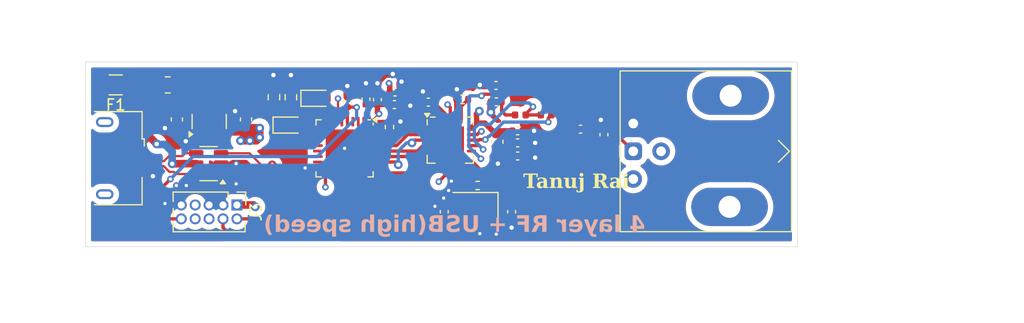
<source format=kicad_pcb>
(kicad_pcb (version 20241229) (generator "pcbnew") (generator_version "9.0")
  (layers (0 "F.Cu" signal) (4 "In1.Cu" signal) (6 "In2.Cu" signal) (2 "B.Cu" signal) (13 "F.Paste" user) (15 "B.Paste" user) (5 "F.SilkS" user "F.Silkscreen") (7 "B.SilkS" user "B.Silkscreen") (1 "F.Mask" user) (3 "B.Mask" user) (25 "Edge.Cuts" user))
  (net 0 "")
  (net 1 "GND")
  (net 2 "Net-(U1-DVDD)")
  (net 3 "+3V3")
  (net 4 "Net-(U2-VI)")
  (net 5 "NRF_XC1")
  (net 6 "NRF_VDD_PA")
  (net 7 "NRF_XC2")
  (net 8 "Net-(C12-Pad2)")
  (net 9 "Net-(J2-In)")
  (net 10 "NRST")
  (net 11 "Net-(D1-A)")
  (net 12 "Net-(D1-K)")
  (net 13 "Net-(D2-A)")
  (net 14 "Net-(D2-K)")
  (net 15 "Net-(F1-Pad1)")
  (net 16 "+5V")
  (net 19 "USB_CONN_D+")
  (net 25 "USB_CONN_D-")
  (net 26 "SWDIO")
  (net 27 "SWCLK")
  (net 31 "NRF_ANT2")
  (net 32 "NRF_ANT1")
  (net 33 "Net-(U1-IREF)")
  (net 34 "Net-(U4-PH3)")
  (net 35 "NRF_CE")
  (net 36 "SPI3_MISO")
  (net 37 "SPI3_SCK")
  (net 38 "NRF_IRQ")
  (net 39 "SPI3_!CS")
  (net 40 "SPI3_MOSI")
  (net 41 "USB_D-")
  (net 42 "USB_D+")
  (footprint "Resistor_SMD:R_0603_1608Metric" (layer "F.Cu") (at 117.75 51.875 90)
    (property "Reference" "R5" (hide yes))
    (property "Value" "2k2" (hide yes))
  )
  (footprint "Resistor_SMD:R_0402_1005Metric" (layer "F.Cu") (at 134.975 52.075 180)
    (property "Reference" "R1" (hide yes))
    (property "Value" "22k" (hide yes))
  )
  (footprint "Connector_Coaxial:BNC_Amphenol_031-6575_Horizontal" (layer "F.Cu") (at 150.56 56.82 -90)
    (property "Reference" "J2" (hide yes))
    (property "Value" "SMA" (hide yes))
  )
  (footprint "Capacitor_SMD:C_0402_1005Metric" (layer "F.Cu") (at 124.45 52.3 90)
    (property "Reference" "C17" (hide yes))
    (property "Value" "100n" (hide yes))
  )
  (footprint "Capacitor_SMD:C_0402_1005Metric" (layer "F.Cu") (at 147.88 55.3 -90)
    (property "Reference" "C13" (hide yes))
    (property "Value" "1p" (hide yes))
  )
  (footprint "Inductor_SMD:L_0402_1005Metric" (layer "F.Cu") (at 140.25 53.5)
    (property "Reference" "L3" (hide yes))
    (property "Value" "2n7" (hide yes))
  )
  (footprint "Capacitor_SMD:C_0402_1005Metric" (layer "F.Cu") (at 139.45 62.35 -90)
    (property "Reference" "C8" (hide yes))
    (property "Value" "12p" (hide yes))
  )
  (footprint "Resistor_SMD:R_0402_1005Metric" (layer "F.Cu") (at 136.35 59.95)
    (property "Reference" "R3" (hide yes))
    (property "Value" "1M" (hide yes))
  )
  (footprint "Fuse:Fuse_1206_3216Metric" (layer "F.Cu") (at 103.3 50.75 180)
    (property "Reference" "F1")
    (property "Value" "100mA" (hide yes))
  )
  (footprint "Capacitor_SMD:C_0402_1005Metric" (layer "F.Cu") (at 140 57.25)
    (property "Reference" "C3" (hide yes))
    (property "Value" "10n" (hide yes))
  )
  (footprint "Package_DFN_QFN:QFN-32-1EP_5x5mm_P0.5mm_EP3.45x3.45mm" (layer "F.Cu") (at 124.2 56.55 -90)
    (property "Reference" "U4" (hide yes))
    (property "Value" "STM32L432KBUx" (hide yes))
  )
  (footprint "LED_SMD:LED_0603_1608Metric" (layer "F.Cu") (at 119.15 54.425)
    (property "Reference" "D1" (hide yes))
    (property "Value" "GR" (hide yes))
  )
  (footprint "Capacitor_SMD:C_0402_1005Metric" (layer "F.Cu") (at 128.8 51.4)
    (property "Reference" "C15" (hide yes))
    (property "Value" "100n" (hide yes))
  )
  (footprint "Connector_USB:USB_Micro-B_Amphenol_10118193-0001LF_Horizontal" (layer "F.Cu") (at 102.3 57.45 -90)
    (property "Reference" "J1" (hide yes))
    (property "Value" "USB_B_Micro")
  )
  (footprint "Capacitor_SMD:C_0603_1608Metric" (layer "F.Cu") (at 138.15 55.95 -90)
    (property "Reference" "C2" (hide yes))
    (property "Value" "10u" (hide yes))
  )
  (footprint "Capacitor_SMD:C_0603_1608Metric" (layer "F.Cu") (at 115.2 53.9 90)
    (property "Reference" "C7" (hide yes))
    (property "Value" "10u" (hide yes))
  )
  (footprint "Capacitor_SMD:C_0402_1005Metric" (layer "F.Cu") (at 126.15 52.05 90)
    (property "Reference" "C14" (hide yes))
    (property "Value" "1u" (hide yes))
  )
  (footprint "Inductor_SMD:L_0402_1005Metric" (layer "F.Cu") (at 142.6 53.5 180)
    (property "Reference" "L1" (hide yes))
    (property "Value" "8n2" (hide yes))
  )
  (footprint "Capacitor_SMD:C_0402_1005Metric" (layer "F.Cu") (at 127.2 52.1 90)
    (property "Reference" "C16" (hide yes))
    (property "Value" "100n" (hide yes))
  )
  (footprint "Capacitor_SMD:C_0402_1005Metric" (layer "F.Cu") (at 138.06 52.3)
    (property "Reference" "C11" (hide yes))
    (property "Value" "4p7" (hide yes))
  )
  (footprint "Capacitor_SMD:C_0402_1005Metric" (layer "F.Cu") (at 140 54.95)
    (property "Reference" "C6" (hide yes))
    (property "Value" "10n" (hide yes))
  )
  (footprint "Connector_PinHeader_1.27mm:PinHeader_2x05_P1.27mm_Vertical" (layer "F.Cu") (at 114.37 61.73 -90)
    (property "Reference" "J3")
    (property "Value" "ARM 10pin" (hide yes))
  )
  (footprint "Capacitor_SMD:C_0402_1005Metric" (layer "F.Cu") (at 128.75 52.55)
    (property "Reference" "C18" (hide yes))
    (property "Value" "100n" (hide yes))
  )
  (footprint "Package_TO_SOT_SMD:SOT-23-6" (layer "F.Cu") (at 111.7875 57.95 180)
    (property "Reference" "U3" (hide yes))
    (property "Value" "USBLC6-2SC6" (hide yes))
  )
  (footprint "Crystal:Crystal_SMD_3225-4Pin_3.2x2.5mm" (layer "F.Cu") (at 136.15 62.3 180)
    (property "Reference" "Y1" (hide yes))
    (property "Value" "16MHz" (hide yes))
  )
  (footprint "Capacitor_SMD:C_0402_1005Metric" (layer "F.Cu") (at 145.75 54.8 180)
    (property "Reference" "C12" (hide yes))
    (property "Value" "1p5" (hide yes))
  )
  (footprint "Capacitor_SMD:C_0402_1005Metric" (layer "F.Cu") (at 140 56.05)
    (property "Reference" "C5" (hide yes))
    (property "Value" "10n" (hide yes))
  )
  (footprint "Capacitor_SMD:C_0402_1005Metric" (layer "F.Cu") (at 138.03 50.8)
    (property "Reference" "C9" (hide yes))
    (property "Value" "2n2" (hide yes))
  )
  (footprint "Package_TO_SOT_SMD:SOT-23" (layer "F.Cu") (at 111.8375 54.1 90)
    (property "Reference" "U2" (hide yes))
    (property "Value" "XC6206P332MR" (hide yes))
  )
  (footprint "Package_DFN_QFN:QFN-20-1EP_4x4mm_P0.5mm_EP2.5x2.5mm" (layer "F.Cu") (at 133.85 55.8)
    (property "Reference" "U1" (hide yes))
    (property "Value" "nRF24L01P")
  )
  (footprint "Capacitor_SMD:C_0603_1608Metric" (layer "F.Cu") (at 108.8875 53.9 -90)
    (property "Reference" "C4" (hide yes))
    (property "Value" "10u" (hide yes))
  )
  (footprint "Capacitor_SMD:C_0402_1005Metric" (layer "F.Cu") (at 133.3 62.35 90)
    (property "Reference" "C10" (hide yes))
    (property "Value" "12p" (hide yes))
  )
  (footprint "LED_SMD:LED_0603_1608Metric" (layer "F.Cu") (at 121.7 51.975)
    (property "Reference" "D2" (hide yes))
    (property "Value" "YE" (hide yes))
  )
  (footprint "Inductor_SMD:L_0402_1005Metric" (layer "F.Cu") (at 144.8 53.5)
    (property "Reference" "L2" (hide yes))
    (property "Value" "3n9" (hide yes))
  )
  (footprint "Resistor_SMD:R_0805_2012Metric" (layer "F.Cu") (at 108.05 50.75)
    (property "Reference" "R2" (hide yes))
    (property "Value" "100 @ 100Mhz" (hide yes))
  )
  (footprint "Resistor_SMD:R_0603_1608Metric" (layer "F.Cu") (at 119.3 51.875 90)
    (property "Reference" "R6" (hide yes))
    (property "Value" "2k2" (hide yes))
  )
  (footprint "Capacitor_SMD:C_0402_1005Metric" (layer "F.Cu") (at 131.845 52.325 180)
    (property "Reference" "C1" (hide yes))
    (property "Value" "33n" (hide yes))
  )
  (footprint "Resistor_SMD:R_0402_1005Metric" (layer "F.Cu") (at 128.3 54.6 90)
    (property "Reference" "R4" (hide yes))
    (property "Value" "10k" (hide yes))
  )
  (gr_rect (start 100.55 48.65) (end 165.55 65.55) (stroke (width 0.05)) (fill no) (layer "Edge.Cuts"))
  (gr_text "Tanuj Rai" (at 140.5 60.4 0) (layer "F.SilkS") (effects (font (size 1.3 1.3) (thickness 0.3) (bold yes)) (justify left bottom)))
  (gr_text "4 layer RF + USB(high speed)\n" (at 151.65 64.45 0) (layer "B.SilkS") (effects (font (size 1.5 1.5) (thickness 0.3) (bold yes)) (justify left bottom mirror)))
  (segment (start 124.7 51.57) (end 126.15 51.57) (width 0.7) (layer "F.Cu") (net 1))
  (segment (start 138.2 57.95) (end 138.2 56.775) (width 0.7) (layer "F.Cu") (net 1))
  (segment (start 133.3 61.87) (end 133.3 61.15) (width 0.5) (layer "F.Cu") (net 1))
  (segment (start 109.29 61.73) (end 107.93 61.73) (width 0.5) (layer "F.Cu") (net 1))
  (segment (start 137.25 63.15) (end 137.25 63.65) (width 0.5) (layer "F.Cu") (net 1))
  (segment (start 147.93 54.28) (end 147.6 53.95) (width 0.7) (layer "F.Cu") (net 1))
  (segment (start 134.465 51.165) (end 134.45 51.15) (width 0.7) (layer "F.Cu") (net 1))
  (segment (start 134.35 53.8625) (end 134.35 52.19) (width 0.3) (layer "F.Cu") (net 1))
  (segment (start 127.2 50.446504) (end 127.2 50.6) (width 0.7) (layer "F.Cu") (net 1))
  (segment (start 147.88 54.23) (end 147.6 53.95) (width 0.7) (layer "F.Cu") (net 1))
  (segment (start 117.75 51.05) (end 119.3 51.05) (width 0.7) (layer "F.Cu") (net 1))
  (segment (start 127.897504 49.749) (end 127.2 50.446504) (width 0.7) (layer "F.Cu") (net 1))
  (segment (start 115.6 51.05) (end 117.75 51.05) (width 0.7) (layer "F.Cu") (net 1))
  (segment (start 110.8875 55.3375) (end 110.8875 55.0375) (width 0.3) (layer "F.Cu") (net 1))
  (segment (start 108.8875 54.675) (end 107.825 54.675) (width 0.7) (layer "F.Cu") (net 1))
  (segment (start 129.23 52.55) (end 130.1 52.55) (width 0.7) (layer "F.Cu") (net 1))
  (segment (start 141.45 57.25) (end 141.6 57.4) (width 0.7) (layer "F.Cu") (net 1))
  (segment (start 137.95 63.15) (end 138.05 63.25) (width 0.5) (layer "F.Cu") (net 1))
  (segment (start 139.45 62.83) (end 139.45 63.8) (width 0.7) (layer "F.Cu") (net 1))
  (segment (start 126.5865 54.851) (end 126.6375 54.8) (width 0.2) (layer "F.Cu") (net 1))
  (segment (start 129.28 51.4) (end 129.28 52.5) (width 0.7) (layer "F.Cu") (net 1))
  (segment (start 134.465 52.075) (end 134.465 51.165) (width 0.7) (layer "F.Cu") (net 1))
  (segment (start 129.28 50.57) (end 129.4 50.45) (width 0.7) (layer "F.Cu") (net 1))
  (segment (start 128.3 54.09) (end 129.29 54.09) (width 0.7) (layer "F.Cu") (net 1))
  (segment (start 108.839313 59.952984) (end 109.202984 59.952984) (width 0.5) (layer "F.Cu") (net 1))
  (segment (start 124.45 51.82) (end 124.45 50.85) (width 0.7) (layer "F.Cu") (net 1))
  (segment (start 109.29 60.04) (end 109.29 61.73) (width 0.5) (layer "F.Cu") (net 1))
  (segment (start 140.48 57.25) (end 141.45 57.25) (width 0.7) (layer "F.Cu") (net 1))
  (segment (start 109.75 59.95) (end 109.66 60.04) (width 0.5) (layer "F.Cu") (net 1))
  (segment (start 136.28651 55.3) (end 135.7875 55.3) (width 0.3) (layer "F.Cu") (net 1))
  (segment (start 124.2 56.55) (end 125.899 54.851) (width 0.2) (layer "F.Cu") (net 1))
  (segment (start 129.29 54.09) (end 129.3 54.1) (width 0.7) (layer "F.Cu") (net 1))
  (segment (start 138.2 56.775) (end 138.15 56.725) (width 0.7) (layer "F.Cu") (net 1))
  (segment (start 107.825 54.675) (end 107.8 54.7) (width 0.7) (layer "F.Cu") (net 1))
  (segment (start 127.6 54.1) (end 127.61 54.09) (width 0.3) (layer "F.Cu") (net 1))
  (segment (start 138.05 63.25) (end 138.05 64.349) (width 0.5) (layer "F.Cu") (net 1))
  (segment (start 114.225 53.125) (end 114.2 53.15) (width 0.7) (layer "F.Cu") (net 1))
  (segment (start 129.23 53.16) (end 128.3 54.09) (width 0.7) (layer "F.Cu") (net 1))
  (segment (start 131.365 52.325) (end 131.365 51.365) (width 0.7) (layer "F.Cu") (net 1))
  (segment (start 147.88 54.82) (end 147.88 54.23) (width 0.7) (layer "F.Cu") (net 1))
  (segment (start 110.5625 55.0375) (end 109.7 55.9) (width 0.7) (layer "F.Cu") (net 1))
  (segment (start 129.28 51.4) (end 129.28 50.57) (width 0.7) (layer "F.Cu") (net 1))
  (segment (start 106.7 59.1) (end 106.451 58.851) (width 0.7) (layer "F.Cu") (net 1))
  (segment (start 134.35 52.19) (end 134.465 52.075) (width 0.3) (layer "F.Cu") (net 1))
  (segment (start 126.6375 54.8) (end 127.3375 54.1) (width 0.3) (layer "F.Cu") (net 1))
  (segment (start 120.65 58.3) (end 120.6 58.35) (width 0.3) (layer "F.Cu") (net 1))
  (segment (start 128.6 49.749) (end 129.249 49.749) (width 0.7) (layer "F.Cu") (net 1))
  (segment (start 133.85 59.45) (end 133.95 59.55) (width 0.3) (layer "F.Cu") (net 1))
  (segment (start 106.451 58.851) (end 104.975 58.851) (width 0.7) (layer "F.Cu") (net 1))
  (segment (start 107.93 61.73) (end 107.8 61.6) (width 0.5) (layer "F.Cu") (net 1))
  (segment (start 133.85 57.7375) (end 133.85 59.45) (width 0.3) (layer "F.Cu") (net 1))
  (segment (start 121.7625 58.3) (end 120.65 58.3) (width 0.3) (layer "F.Cu") (net 1))
  (segment (start 131.365 51.365) (end 131.35 51.35) (width 0.7) (layer "F.Cu") (net 1))
  (segment (start 134.75 61.45) (end 133.7 60.4) (width 0.5) (layer "F.Cu") (net 1))
  (segment (start 137.58 53.22) (end 137.55 53.25) (width 0.7) (layer "F.Cu") (net 1))
  (segment (start 132.85 53.8625) (end 131.4125 53.8625) (width 0.3) (layer "F.Cu") (net 1))
  (segment (start 129.4 49.9) (end 129.4 50.45) (width 0.7) (layer "F.Cu") (net 1))
  (segment (start 127.2 51.62) (end 127.2 50.6) (width 0.7) (layer "F.Cu") (net 1))
  (segment (start 127.3375 54.1) (end 127.6 54.1) (width 0.3) (layer "F.Cu") (net 1))
  (segment (start 115.2 53.125) (end 115.2 51.45) (width 0.7) (layer "F.Cu") (net 1))
  (segment (start 115.2 51.45) (end 115.6 51.05) (width 0.7) (layer "F.Cu") (net 1))
  (segment (start 119.3 51.05) (end 119.3 49.85) (width 0.7) (layer "F.Cu") (net 1))
  (segment (start 124.45 51.82) (end 124.7 51.57) (width 0.7) (layer "F.Cu") (net 1))
  (segment (start 135.05 61.45) (end 134.75 61.45) (width 0.5) (layer "F.Cu") (net 1))
  (segment (start 140.48 57.25) (end 140.48 54.95) (width 0.7) (layer "F.Cu") (net 1))
  (segment (start 133.3 61.15) (end 133.25 61.1) (width 0.5) (layer "F.Cu") (net 1))
  (segment (start 110.8875 55.0375) (end 110.5625 55.0375) (width 0.7) (layer "F.Cu") (net 1))
  (segment (start 129.249 49.749) (end 129.4 49.9) (width 0.7) (layer "F.Cu") (net 1))
  (segment (start 137.55 50.8) (end 136.6 50.8) (width 0.7) (layer "F.Cu") (net 1))
  (segment (start 125.899 54.851) (end 126.5865 54.851) (width 0.2) (layer "F.Cu") (net 1))
  (segment (start 133.3 61.87) (end 132.47 61.87) (width 0.5) (layer "F.Cu") (net 1))
  (segment (start 128.6 49.749) (end 127.897504 49.749) (width 0.7) (layer "F.Cu") (net 1))
  (segment (start 115.2 53.125) (end 114.225 53.125) (width 0.7) (layer "F.Cu") (net 1))
  (segment (start 129.28 52.5) (end 129.23 52.55) (width 0.7) (layer "F.Cu") (net 1))
  (segment (start 140.48 54.95) (end 141.5 54.95) (width 0.7) (layer "F.Cu") (net 1))
  (segment (start 117.75 49.9) (end 117.7 49.85) (width 0.7) (layer "F.Cu") (net 1))
  (segment (start 109.66 60.04) (end 109.29 60.04) (width 0.5) (layer "F.Cu") (net 1))
  (segment (start 126.2 51.62) (end 126.15 51.57) (width 0.7) (layer "F.Cu") (net 1))
  (segment (start 112.925 57.95) (end 114.3 57.95) (width 0.3) (layer "F.Cu") (net 1))
  (segment (start 109.202984 59.952984) (end 109.29 60.04) (width 0.5) (layer "F.Cu") (net 1))
  (segment (start 131.365 53.815) (end 131.365 52.325) (width 0.3) (layer "F.Cu") (net 1))
  (segment (start 137.58 52.3) (end 137.58 53.22) (width 0.7) (layer "F.Cu") (net 1))
  (segment (start 111.83 61.73) (end 113.1 61.73) (width 0.5) (layer "F.Cu") (net 1))
  (segment (start 129.23 52.55) (end 129.23 53.16) (width 0.7) (layer "F.Cu") (net 1))
  (segment (start 113.1 61.73) (end 113.1 61) (width 0.5) (layer "F.Cu") (net 1))
  (segment (start 136.6 50.8) (end 136.55 50.75) (width 0.7) (layer "F.Cu") (net 1))
  (segment (start 127.2 51.62) (end 126.2 51.62) (width 0.7) (layer "F.Cu") (net 1))
  (segment (start 113.1 61) (end 114.3 59.8) (width 0.5) (layer "F.Cu") (net 1))
  (segment (start 130.1 52.55) (end 130.2 52.65) (width 0.7) (layer "F.Cu") (net 1))
  (segment (start 150.56 54.28) (end 147.93 54.28) (width 0.7) (layer "F.Cu") (net 1))
  (segment (start 132.47 61.87) (end 132.45 61.85) (width 0.5) (layer "F.Cu") (net 1))
  (segment (start 131.4125 53.8625) (end 131.365 53.815) (width 0.3) (layer "F.Cu") (net 1))
  (segment (start 127.61 54.09) (end 128.3 54.09) (width 0.3) (layer "F.Cu") (net 1))
  (segment (start 126.15 51.57) (end 126.15 50.6) (width 0.7) (layer "F.Cu") (net 1))
  (segment (start 137.25 63.65) (end 136.55 64.35) (width 0.5) (layer "F.Cu") (net 1))
  (segment (start 136.7 55) (end 136.58651 55) (width 0.3) (layer "F.Cu") (net 1))
  (segment (start 136.58651 55) (end 136.28651 55.3) (width 0.3) (layer "F.Cu") (net 1))
  (segment (start 140.48 56.05) (end 141.6 56.05) (width 0.7) (layer "F.Cu") (net 1))
  (segment (start 117.75 51.05) (end 117.75 49.9) (width 0.7) (layer "F.Cu") (net 1))
  (segment (start 137.25 63.15) (end 137.95 63.15) (width 0.5) (layer "F.Cu") (net 1))
  (via (at 136.7 55) (size 0.6) (drill 0.3) (layers "F.Cu" "B.Cu") (net 1))
  (via (at 141.6 56.05) (size 0.8) (drill 0.4) (layers "F.Cu" "B.Cu") (net 1))
  (via (at 107.8 61.6) (size 0.6) (drill 0.3) (layers "F.Cu" "B.Cu") (net 1))
  (via (at 141.5 54.95) (size 0.8) (drill 0.4) (layers "F.Cu" "B.Cu") (net 1))
  (via (at 137.55 53.25) (size 0.8) (drill 0.4) (layers "F.Cu" "B.Cu") (net 1))
  (via (at 126.15 50.6) (size 0.8) (drill 0.4) (layers "F.Cu" "B.Cu") (net 1))
  (via (at 134.45 51.15) (size 0.8) (drill 0.4) (layers "F.Cu" "B.Cu") (net 1))
  (via (at 109.75 59.95) (size 0.6) (drill 0.3) (layers "F.Cu" "B.Cu") (net 1))
  (via (at 131.35 51.35) (size 0.8) (drill 0.4) (layers "F.Cu" "B.Cu") (net 1))
  (via (at 139.45 63.8) (size 0.8) (drill 0.4) (layers "F.Cu" "B.Cu") (net 1))
  (via (at 117.7 49.85) (size 0.8) (drill 0.4) (layers "F.Cu" "B.Cu") (net 1))
  (via (at 130.2 52.65) (size 0.8) (drill 0.4) (layers "F.Cu" "B.Cu") (net 1))
  (via (at 108.839313 59.952984) (size 0.6) (drill 0.3) (layers "F.Cu" "B.Cu") (net 1))
  (via (at 114.2 53.15) (size 0.8) (drill 0.4) (layers "F.Cu" "B.Cu") (net 1))
  (via (at 133.25 61.1) (size 0.6) (drill 0.3) (layers "F.Cu" "B.Cu") (net 1))
  (via (at 129.3 54.1) (size 0.8) (drill 0.4) (layers "F.Cu" "B.Cu") (net 1))
  (via (at 120.6 58.35) (size 0.6) (drill 0.3) (layers "F.Cu" "B.Cu") (net 1))
  (via (at 127.2 50.6) (size 0.8) (drill 0.4) (layers "F.Cu" "B.Cu") (net 1))
  (via (at 107.8 54.7) (size 0.8) (drill 0.4) (layers "F.Cu" "B.Cu") (net 1))
  (via (at 129.4 50.45) (size 0.8) (drill 0.4) (layers "F.Cu" "B.Cu") (net 1))
  (via (at 138.05 64.4) (size 0.6) (drill 0.3) (layers "F.Cu" "B.Cu") (net 1))
  (via (at 119.3 49.85) (size 0.8) (drill 0.4) (layers "F.Cu" "B.Cu") (net 1))
  (via (at 124.45 50.85) (size 0.8) (drill 0.4) (layers "F.Cu" "B.Cu") (net 1))
  (via (at 106.7 59.1) (size 0.8) (drill 0.4) (layers "F.Cu" "B.Cu") (net 1))
  (via (at 133.95 59.55) (size 0.6) (drill 0.3) (layers "F.Cu" "B.Cu") (net 1))
  (via (at 132.45 61.85) (size 0.6) (drill 0.3) (layers "F.Cu" "B.Cu") (net 1))
  (via (at 114.3 57.95) (size 0.6) (drill 0.3) (layers "F.Cu" "B.Cu") (net 1))
  (via (at 128.6 49.749) (size 0.8) (drill 0.4) (layers "F.Cu" "B.Cu") (net 1))
  (via (at 133.7 60.4) (size 0.6) (drill 0.3) (layers "F.Cu" "B.Cu") (net 1))
  (via (at 109.7 55.9) (size 0.8) (drill 0.4) (layers "F.Cu" "B.Cu") (net 1))
  (via (at 136.55 50.75) (size 0.8) (drill 0.4) (layers "F.Cu" "B.Cu") (net 1))
  (via (at 114.3 59.8) (size 0.6) (drill 0.3) (layers "F.Cu" "B.Cu") (net 1))
  (via (at 136.55 64.35) (size 0.6) (drill 0.3) (layers "F.Cu" "B.Cu") (net 1))
  (via (at 124.2 56.55) (size 0.6) (drill 0.3) (layers "F.Cu" "B.Cu") (net 1))
  (via (at 147.6 53.95) (size 0.8) (drill 0.4) (layers "F.Cu" "B.Cu") (net 1))
  (via (at 138.2 57.95) (size 0.8) (drill 0.4) (layers "F.Cu" "B.Cu") (net 1))
  (via (at 141.6 57.4) (size 0.8) (drill 0.4) (layers "F.Cu" "B.Cu") (net 1))
  (segment (start 133.35 53.35) (end 133.35 53.8625) (width 0.3) (layer "F.Cu") (net 2))
  (segment (start 132.325 52.325) (end 133.35 53.35) (width 0.3) (layer "F.Cu") (net 2))
  (segment (start 133.85 52.8) (end 133.6 52.55) (width 0.3) (layer "F.Cu") (net 3))
  (segment (start 115.2 55.25) (end 115.2 55.35) (width 0.7) (layer "F.Cu") (net 3))
  (segment (start 115.2 55.5) (end 115.55 55.85) (width 0.7) (layer "F.Cu") (net 3))
  (segment (start 115.2 54.675) (end 115.2 55.25) (width 0.7) (layer "F.Cu") (net 3))
  (segment (start 136.2375 53.4125) (end 136.5 53.15) (width 0.5) (layer "F.Cu") (net 3))
  (segment (start 115.575 54.675) (end 116.45 55.55) (width 0.7) (layer "F.Cu") (net 3))
  (segment (start 128.32 51.4) (end 128.32 50.67) (width 0.5) (layer "F.Cu") (net 3))
  (segment (start 115.2 55.25) (end 115.9 55.25) (width 0.7) (layer "F.Cu") (net 3))
  (segment (start 133.35 59.05) (end 132.8 59.6) (width 0.3) (layer "F.Cu") (net 3))
  (segment (start 123.6 53.3) (end 123.6 52) (width 0.2) (layer "F.Cu") (net 3))
  (segment (start 139.52 57.25) (end 139.52 56.05) (width 0.5) (layer "F.Cu") (net 3))
  (segment (start 138.15 55.175) (end 137.937075 55.175) (width 0.5) (layer "F.Cu") (net 3))
  (segment (start 139.52 56.05) (end 139.52 54.95) (width 0.5) (layer "F.Cu") (net 3))
  (segment (start 115.2 54.675) (end 115.2 55.5) (width 0.7) (layer "F.Cu") (net 3))
  (segment (start 128.27 51.45) (end 128.32 51.4) (width 0.5) (layer "F.Cu") (net 3))
  (segment (start 115.2 54.675) (end 115.575 54.675) (width 0.7) (layer "F.Cu") (net 3))
  (segment (start 128.25 52.53) (end 128.27 52.55) (width 0.5) (layer "F.Cu") (net 3))
  (segment (start 139.52 54.95) (end 138.375 54.95) (width 0.5) (layer "F.Cu") (net 3))
  (segment (start 114.37 61.73) (end 115.88 61.73) (width 0.7) (layer "F.Cu") (net 3))
  (segment (start 133.35 57.7375) (end 133.35 57.401) (width 0.3) (layer "F.Cu") (net 3))
  (segment (start 126.15 52.53) (end 128.25 52.53) (width 0.5) (layer "F.Cu") (net 3))
  (segment (start 115.2 55.35) (end 114.7 55.85) (width 0.7) (layer "F.Cu") (net 3))
  (segment (start 114.7 55.85) (end 115.55 55.85) (width 0.7) (layer "F.Cu") (net 3))
  (segment (start 138.375 54.95) (end 138.15 55.175) (width 0.5) (layer "F.Cu") (net 3))
  (segment (start 123.95 54.1125) (end 123.95 53.65) (width 0.2) (layer "F.Cu") (net 3))
  (segment (start 116.15 55.85) (end 116.45 55.55) (width 0.7) (layer "F.Cu") (net 3))
  (segment (start 126.6375 54.1125) (end 127.35 53.4) (width 0.2) (layer "F.Cu") (net 3))
  (segment (start 127.2 52.58) (end 127.2 53.25) (width 0.5) (layer "F.Cu") (net 3))
  (segment (start 122.45 58.9875) (end 122.45 60.1) (width 0.3) (layer "F.Cu") (net 3))
  (segment (start 136.2375 54.249) (end 135.7875 54.699) (width 0.5) (layer "F.Cu") (net 3))
  (segment (start 115.55 55.85) (end 116.15 55.85) (width 0.7) (layer "F.Cu") (net 3))
  (segment (start 116.425 54.675) (end 116.45 54.7) (width 0.7) (layer "F.Cu") (net 3))
  (segment (start 133.35 57.401) (end 133.374 57.401) (width 0.3) (layer "F.Cu") (net 3))
  (segment (start 115.88 61.73) (end 116.05 61.9) (width 0.7) (layer "F.Cu") (net 3))
  (segment (start 116.45 55.55) (end 116.45 54.7) (width 0.7) (layer "F.Cu") (net 3))
  (segment (start 123.95 53.65) (end 123.6 53.3) (width 0.2) (layer "F.Cu") (net 3))
  (segment (start 128.32 50.67) (end 128.25 50.6) (width 0.5) (layer "F.Cu") (net 3))
  (segment (start 137.937075 55.175) (end 137.011075 54.249) (width 0.5) (layer "F.Cu") (net 3))
  (segment (start 133.85 53.8625) (end 133.85 52.8) (width 0.3) (layer "F.Cu") (net 3))
  (segment (start 137.011075 54.249) (end 136.2375 54.249) (width 0.5) (layer "F.Cu") (net 3))
  (segment (start 114.8375 55.0375) (end 115.2 54.675) (width 0.7) (layer "F.Cu") (net 3))
  (segment (start 128.27 52.55) (end 128.27 51.45) (width 0.5) (layer "F.Cu") (net 3))
  (segment (start 115.9 55.25) (end 116.45 54.7) (width 0.7) (layer "F.Cu") (net 3))
  (segment (start 133.35 57.7375) (end 133.35 59.05) (width 0.3) (layer "F.Cu") (net 3))
  (segment (start 125.95 54.1125) (end 126.6375 54.1125) (width 0.2) (layer "F.Cu") (net 3))
  (segment (start 136.2375 54.249) (end 136.2375 53.4125) (width 0.5) (layer "F.Cu") (net 3))
  (segment (start 112.7875 55.0375) (end 114.8375 55.0375) (width 0.7) (layer "F.Cu") (net 3))
  (segment (start 115.2 54.675) (end 116.425 54.675) (width 0.7) (layer "F.Cu") (net 3))
  (segment (start 127.2 53.25) (end 127.35 53.4) (width 0.5) (layer "F.Cu") (net 3))
  (via (at 127.35 53.4) (size 0.6) (drill 0.3) (layers "F.Cu" "B.Cu") (net 3))
  (via (at 132.8 59.6) (size 0.6) (drill 0.3) (layers "F.Cu" "B.Cu") (net 3))
  (via (at 136.5 53.15) (size 0.8) (drill 0.4) (layers "F.Cu" "B.Cu") (net 3))
  (via (at 123.6 52) (size 0.6) (drill 0.3) (layers "F.Cu" "B.Cu") (net 3))
  (via (at 116.45 54.7) (size 0.8) (drill 0.4) (layers "F.Cu" "B.Cu") (net 3))
  (via (at 116.45 55.55) (size 0.8) (drill 0.4) (layers "F.Cu" "B.Cu") (net 3))
  (via (at 116.05 61.9) (size 0.8) (drill 0.4) (layers "F.Cu" "B.Cu") (net 3))
  (via (at 115.55 55.85) (size 0.8) (drill 0.4) (layers "F.Cu" "B.Cu") (net 3))
  (via (at 114.7 55.85) (size 0.8) (drill 0.4) (layers "F.Cu" "B.Cu") (net 3))
  (via (at 122.45 60.1) (size 0.6) (drill 0.3) (layers "F.Cu" "B.Cu") (net 3))
  (via (at 128.25 50.6) (size 0.6) (drill 0.3) (layers "F.Cu" "B.Cu") (net 3))
  (via (at 133.6 52.55) (size 0.6) (drill 0.3) (layers "F.Cu" "B.Cu") (net 3))
  (segment (start 108.9625 53.05) (end 108.8875 53.125) (width 0.7) (layer "F.Cu") (net 4))
  (segment (start 111.8 53.125) (end 111.8375 53.1625) (width 0.7) (layer "F.Cu") (net 4))
  (segment (start 108.9625 50.75) (end 108.9625 53.05) (width 0.7) (layer "F.Cu") (net 4))
  (segment (start 108.8875 53.125) (end 111.8 53.125) (width 0.7) (layer "F.Cu") (net 4))
  (segment (start 136.86 59.95) (end 136.86 61.06) (width 0.3) (layer "F.Cu") (net 5))
  (segment (start 137.67 61.87) (end 137.25 61.45) (width 0.3) (layer "F.Cu") (net 5))
  (segment (start 136.86 59.95) (end 136.86 58.76) (width 0.3) (layer "F.Cu") (net 5))
  (segment (start 135.8375 57.7375) (end 134.85 57.7375) (width 0.3) (layer "F.Cu") (net 5))
  (segment (start 139.45 61.87) (end 137.67 61.87) (width 0.3) (layer "F.Cu") (net 5))
  (segment (start 136.86 61.06) (end 137.25 61.45) (width 0.3) (layer "F.Cu") (net 5))
  (segment (start 136.86 58.76) (end 135.8375 57.7375) (width 0.3) (layer "F.Cu") (net 5))
  (segment (start 136.85 51.6) (end 138.019999 51.6) (width 0.3) (layer "F.Cu") (net 6))
  (segment (start 138.54 50.83) (end 138.51 50.8) (width 0.3) (layer "F.Cu") (net 6))
  (segment (start 138.51 51.109999) (end 138.51 50.8) (width 0.3) (layer "F.Cu") (net 6))
  (segment (start 138.9 53.5) (end 138.54 53.14) (width 0.3) (layer "F.Cu") (net 6))
  (segment (start 138.54 53.14) (end 138.54 52.3) (width 0.3) (layer "F.Cu") (net 6))
  (segment (start 138.019999 51.6) (end 138.51 51.109999) (width 0.3) (layer "F.Cu") (net 6))
  (segment (start 135.7875 56.8) (end 135.95 56.8) (width 0.3) (layer "F.Cu") (net 6))
  (segment (start 139.765 53.5) (end 138.9 53.5) (width 0.3) (layer "F.Cu") (net 6))
  (segment (start 138.51 52.27) (end 138.54 52.3) (width 0.3) (layer "F.Cu") (net 6))
  (segment (start 135.95 56.8) (end 136.65 57.5) (width 0.3) (layer "F.Cu") (net 6))
  (segment (start 138.54 52.3) (end 138.54 50.83) (width 0.3) (layer "F.Cu") (net 6))
  (segment (start 136.7 51.75) (end 136.85 51.6) (width 0.3) (layer "F.Cu") (net 6))
  (via (at 136.7 51.75) (size 0.6) (drill 0.3) (layers "F.Cu" "B.Cu") (net 6))
  (via (at 136.65 57.5) (size 0.6) (drill 0.3) (layers "F.Cu" "B.Cu") (net 6))
  (segment (start 135.65 51.75) (end 135.548 51.852) (width 0.3) (layer "B.Cu") (net 6))
  (segment (start 135.548 51.852) (end 135.548 56.398) (width 0.3) (layer "B.Cu") (net 6))
  (segment (start 136.7 51.75) (end 135.65 51.75) (width 0.3) (layer "B.Cu") (net 6))
  (segment (start 135.548 56.398) (end 136.65 57.5) (width 0.3) (layer "B.Cu") (net 6))
  (segment (start 135.45 59.95) (end 134.35 58.85) (width 0.3) (layer "F.Cu") (net 7))
  (segment (start 133.62 63.15) (end 133.3 62.83) (width 0.3) (layer "F.Cu") (net 7))
  (segment (start 135.84 59.95) (end 135.45 59.95) (width 0.3) (layer "F.Cu") (net 7))
  (segment (start 136.101 62.099) (end 136.101 60.211) (width 0.3) (layer "F.Cu") (net 7))
  (segment (start 135.05 63.15) (end 133.62 63.15) (width 0.3) (layer "F.Cu") (net 7))
  (segment (start 135.05 63.15) (end 136.101 62.099) (width 0.3) (layer "F.Cu") (net 7))
  (segment (start 134.35 58.85) (end 134.35 57.7375) (width 0.3) (layer "F.Cu") (net 7))
  (segment (start 145.27 54.8) (end 145.27 53.515) (width 0.3) (layer "F.Cu") (net 8))
  (segment (start 145.27 53.515) (end 145.285 53.5) (width 0.3) (layer "F.Cu") (net 8))
  (segment (start 146.23 54.8) (end 147.21 55.78) (width 0.3) (layer "F.Cu") (net 9))
  (segment (start 147.88 55.78) (end 149.52 55.78) (width 0.3) (layer "F.Cu") (net 9))
  (segment (start 147.21 55.78) (end 147.88 55.78) (width 0.3) (layer "F.Cu") (net 9))
  (segment (start 149.52 55.78) (end 150.56 56.82) (width 0.3) (layer "F.Cu") (net 9))
  (segment (start 124.45 52.78) (end 125.28 52.78) (width 0.3) (layer "F.Cu") (net 10))
  (segment (start 107.149 61.869654) (end 107.149 60.513157) (width 0.3) (layer "F.Cu") (net 10))
  (segment (start 109.29 63) (end 108.279346 63) (width 0.3) (layer "F.Cu") (net 10))
  (segment (start 124.45 54.1125) (end 124.45 52.78) (width 0.3) (layer "F.Cu") (net 10))
  (segment (start 108.279346 63) (end 107.149 61.869654) (width 0.3) (layer "F.Cu") (net 10))
  (segment (start 125.28 52.78) (end 125.3 52.8) (width 0.3) (layer "F.Cu") (net 10))
  (segment (start 107.149 60.513157) (end 108.300672 59.361485) (width 0.3) (layer "F.Cu") (net 10))
  (via (at 125.3 52.8) (size 0.6) (drill 0.3) (layers "F.Cu" "B.Cu") (net 10))
  (via (at 108.300672 59.361485) (size 0.6) (drill 0.3) (layers "F.Cu" "B.Cu") (net 10))
  (segment (start 125.3 53.75) (end 125.3 52.8) (width 0.3) (layer "B.Cu") (net 10))
  (segment (start 110.362157 57.3) (end 121.720654 57.3) (width 0.3) (layer "B.Cu") (net 10))
  (segment (start 125.030346 53.990308) (end 125.059692 53.990308) (width 0.3) (layer "B.Cu") (net 10))
  (segment (start 108.300672 59.361485) (end 110.362157 57.3) (width 0.3) (layer "B.Cu") (net 10))
  (segment (start 121.720654 57.3) (end 125.030346 53.990308) (width 0.3) (layer "B.Cu") (net 10))
  (segment (start 125.2 52.9) (end 125.3 52.8) (width 0.3) (layer "B.Cu") (net 10))
  (segment (start 125.059692 53.990308) (end 125.3 53.75) (width 0.3) (layer "B.Cu") (net 10))
  (segment (start 119.9375 54.425) (end 121.3875 54.425) (width 0.3) (layer "F.Cu") (net 11))
  (segment (start 121.3875 54.425) (end 121.7625 54.8) (width 0.3) (layer "F.Cu") (net 11))
  (segment (start 117.75 52.7) (end 117.75 53.8125) (width 0.3) (layer "F.Cu") (net 12))
  (segment (start 117.75 53.8125) (end 118.3625 54.425) (width 0.3) (layer "F.Cu") (net 12))
  (segment (start 122.45 54.1125) (end 122.45 52.0125) (width 0.3) (layer "F.Cu") (net 13))
  (segment (start 122.45 52.0125) (end 122.4875 51.975) (width 0.3) (layer "F.Cu") (net 13))
  (segment (start 120.1875 52.7) (end 120.9125 51.975) (width 0.3) (layer "F.Cu") (net 14))
  (segment (start 119.3 52.7) (end 120.1875 52.7) (width 0.3) (layer "F.Cu") (net 14))
  (segment (start 104.7 50.75) (end 107.1375 50.75) (width 0.7) (layer "F.Cu") (net 15))
  (segment (start 109.4125 57.9625) (end 109.425 57.95) (width 0.7) (layer "F.Cu") (net 16))
  (segment (start 109.4106 57.9606) (end 109.4125 57.9625) (width 0.7) (layer "F.Cu") (net 16))
  (segment (start 106.001 55.5) (end 106.001 55.748) (width 0.7) (layer "F.Cu") (net 16))
  (segment (start 106.4 55.5) (end 107.05 56.15) (width 0.7) (layer "F.Cu") (net 16))
  (segment (start 106.001 53.361288) (end 106.001 55.5) (width 0.7) (layer "F.Cu") (net 16))
  (segment (start 109.425 57.95) (end 110.65 57.95) (width 0.7) (layer "F.Cu") (net 16))
  (segment (start 108.4606 57.9606) (end 109.4106 57.9606) (width 0.7) (layer "F.Cu") (net 16))
  (segment (start 105.538712 52.899) (end 106.001 53.361288) (width 0.7) (layer "F.Cu") (net 16))
  (segment (start 106.001 55.5) (end 106.4 55.5) (width 0.7) (layer "F.Cu") (net 16))
  (segment (start 105.7 56.049) (end 104.975 56.049) (width 0.7) (layer "F.Cu") (net 16))
  (segment (start 104.049 52.899) (end 105.538712 52.899) (width 0.7) (layer "F.Cu") (net 16))
  (segment (start 106.001 55.748) (end 105.7 56.049) (width 0.7) (layer "F.Cu") (net 16))
  (segment (start 101.9 50.75) (end 104.049 52.899) (width 0.7) (layer "F.Cu") (net 16))
  (via (at 107.05 56.15) (size 0.8) (drill 0.4) (layers "F.Cu" "B.Cu") (net 16))
  (via (at 108.4606 57.9606) (size 0.8) (drill 0.4) (layers "F.Cu" "B.Cu") (net 16))
  (segment (start 107.05 56.15) (end 107.1 56.2) (width 0.7) (layer "B.Cu") (net 16))
  (segment (start 108.4606 56.8606) (end 108.4606 57.9606) (width 0.7) (layer "B.Cu") (net 16))
  (segment (start 107.8 56.2) (end 108.4606 56.8606) (width 0.7) (layer "B.Cu") (net 16))
  (segment (start 107.1 56.2) (end 107.8 56.2) (width 0.7) (layer "B.Cu") (net 16))
  (segment (start 104.975 57.45) (end 104.988603 57.45) (width 0.2) (layer "F.Cu") (net 19))
  (segment (start 108.6 58.7) (end 108.8 58.9) (width 0.2) (layer "F.Cu") (net 19))
  (segment (start 107.683636 58.175) (end 108.208636 58.7) (width 0.2) (layer "F.Cu") (net 19))
  (segment (start 105.137603 57.599) (end 105.71887 57.599) (width 0.2) (layer "F.Cu") (net 19))
  (segment (start 106.29487 58.175) (end 107.683636 58.175) (width 0.2) (layer "F.Cu") (net 19))
  (segment (start 108.8 58.9) (end 110.65 58.9) (width 0.2) (layer "F.Cu") (net 19))
  (segment (start 108.208636 58.7) (end 108.6 58.7) (width 0.2) (layer "F.Cu") (net 19))
  (segment (start 104.988603 57.45) (end 105.137603 57.599) (width 0.2) (layer "F.Cu") (net 19))
  (segment (start 105.71887 57.599) (end 106.29487 58.175) (width 0.2) (layer "F.Cu") (net 19))
  (segment (start 107.704836 57.725) (end 108.170236 57.2596) (width 0.2) (layer "F.Cu") (net 25))
  (segment (start 108.170236 57.2596) (end 109.396649 57.2596) (width 0.2) (layer "F.Cu") (net 25))
  (segment (start 109.656249 57) (end 110.65 57) (width 0.2) (layer "F.Cu") (net 25))
  (segment (start 104.975 56.8) (end 105.124 56.949) (width 0.2) (layer "F.Cu") (net 25))
  (segment (start 109.396649 57.2596) (end 109.656249 57) (width 0.2) (layer "F.Cu") (net 25))
  (segment (start 105.124 56.949) (end 105.71887 56.949) (width 0.2) (layer "F.Cu") (net 25))
  (segment (start 105.71887 56.949) (end 106.49487 57.725) (width 0.2) (layer "F.Cu") (net 25))
  (segment (start 106.49487 57.725) (end 107.704836 57.725) (width 0.2) (layer "F.Cu") (net 25))
  (segment (start 125.45 61.38781) (end 123.83781 63) (width 0.3) (layer "F.Cu") (net 26))
  (segment (start 123.83781 63) (end 114.37 63) (width 0.3) (layer "F.Cu") (net 26))
  (segment (start 125.45 58.9875) (end 125.45 61.38781) (width 0.3) (layer "F.Cu") (net 26))
  (segment (start 125.95 61.8) (end 123.45 64.3) (width 0.3) (layer "F.Cu") (net 27))
  (segment (start 125.95 58.9875) (end 125.95 61.8) (width 0.3) (layer "F.Cu") (net 27))
  (segment (start 113.6 64.3) (end 113.1 63.8) (width 0.3) (layer "F.Cu") (net 27))
  (segment (start 123.45 64.3) (end 113.6 64.3) (width 0.3) (layer "F.Cu") (net 27))
  (segment (start 113.1 63.8) (end 113.1 63) (width 0.3) (layer "F.Cu") (net 27))
  (segment (start 142.8 54.15) (end 142.8 53.785) (width 0.3) (layer "F.Cu") (net 31))
  (segment (start 136.521546 55.75) (end 136.471546 55.8) (width 0.3) (layer "F.Cu") (net 31))
  (segment (start 144.315 53.5) (end 143.085 53.5) (width 0.3) (layer "F.Cu") (net 31))
  (segment (start 142.8 53.785) (end 143.085 53.5) (width 0.3) (layer "F.Cu") (net 31))
  (segment (start 137.05 55.75) (end 136.521546 55.75) (width 0.3) (layer "F.Cu") (net 31))
  (segment (start 136.471546 55.8) (end 135.7875 55.8) (width 0.3) (layer "F.Cu") (net 31))
  (via (at 137.05 55.75) (size 0.6) (drill 0.3) (layers "F.Cu" "B.Cu") (net 31))
  (via (at 142.8 54.15) (size 0.6) (drill 0.3) (layers "F.Cu" "B.Cu") (net 31))
  (segment (start 137.05 55.75) (end 137.35 55.45) (width 0.3) (layer "B.Cu") (net 31))
  (segment (start 138.720654 54.15) (end 142.8 54.15) (width 0.3) (layer "B.Cu") (net 31))
  (segment (start 137.35 55.45) (end 137.420654 55.45) (width 0.3) (layer "B.Cu") (net 31))
  (segment (start 137.420654 55.45) (end 138.720654 54.15) (width 0.3) (layer "B.Cu") (net 31))
  (segment (start 136.5 56.3) (end 136.85 56.65) (width 0.3) (layer "F.Cu") (net 32))
  (segment (start 140.735 53.415) (end 141.4 52.75) (width 0.3) (layer "F.Cu") (net 32))
  (segment (start 142.115 53.5) (end 140.735 53.5) (width 0.3) (layer "F.Cu") (net 32))
  (segment (start 135.7875 56.3) (end 136.5 56.3) (width 0.3) (layer "F.Cu") (net 32))
  (segment (start 140.735 53.5) (end 140.735 53.415) (width 0.3) (layer "F.Cu") (net 32))
  (via (at 136.85 56.65) (size 0.6) (drill 0.3) (layers "F.Cu" "B.Cu") (net 32))
  (via (at 141.4 52.75) (size 0.6) (drill 0.3) (layers "F.Cu" "B.Cu") (net 32))
  (segment (start 137.861075 54.001) (end 139.462075 52.4) (width 0.3) (layer "B.Cu") (net 32))
  (segment (start 136.049 54.730346) (end 136.430346 54.349) (width 0.3) (layer "B.Cu") (net 32))
  (segment (start 137.849 54.001) (end 137.861075 54.001) (width 0.3) (layer "B.Cu") (net 32))
  (segment (start 141.05 52.4) (end 141.4 52.75) (width 0.3) (layer "B.Cu") (net 32))
  (segment (start 136.430346 54.349) (end 137.501 54.349) (width 0.3) (layer "B.Cu") (net 32))
  (segment (start 136.85 56.65) (end 136.049 55.849) (width 0.3) (layer "B.Cu") (net 32))
  (segment (start 139.462075 52.4) (end 141.05 52.4) (width 0.3) (layer "B.Cu") (net 32))
  (segment (start 136.049 55.849) (end 136.049 54.730346) (width 0.3) (layer "B.Cu") (net 32))
  (segment (start 137.501 54.349) (end 137.849 54.001) (width 0.3) (layer "B.Cu") (net 32))
  (segment (start 134.85 53.8625) (end 134.85 52.71) (width 0.3) (layer "F.Cu") (net 33))
  (segment (start 134.85 52.71) (end 135.485 52.075) (width 0.3) (layer "F.Cu") (net 33))
  (segment (start 128.11 55.3) (end 128.3 55.11) (width 0.3) (layer "F.Cu") (net 34))
  (segment (start 126.6375 55.3) (end 128.11 55.3) (width 0.3) (layer "F.Cu") (net 34))
  (segment (start 128.65 55.8) (end 129.65 54.8) (width 0.3) (layer "F.Cu") (net 35))
  (segment (start 129.65 54.8) (end 131.9125 54.8) (width 0.3) (layer "F.Cu") (net 35))
  (segment (start 126.6375 55.8) (end 128.65 55.8) (width 0.3) (layer "F.Cu") (net 35))
  (segment (start 126.6375 57.3) (end 131.4125 57.3) (width 0.3) (layer "F.Cu") (net 36))
  (segment (start 131.4125 57.3) (end 131.9125 56.8) (width 0.3) (layer "F.Cu") (net 36))
  (segment (start 129.1 57.95) (end 129.1 58.05) (width 0.3) (layer "F.Cu") (net 37))
  (segment (start 126.6375 57.8) (end 128.95 57.8) (width 0.3) (layer "F.Cu") (net 37))
  (segment (start 130.6 55.8) (end 130.35 56.05) (width 0.3) (layer "F.Cu") (net 37))
  (segment (start 128.95 57.8) (end 129.1 57.95) (width 0.3) (layer "F.Cu") (net 37))
  (segment (start 131.9125 55.8) (end 130.6 55.8) (width 0.3) (layer "F.Cu") (net 37))
  (via (at 129.1 58.05) (size 0.8) (drill 0.4) (layers "F.Cu" "B.Cu") (net 37))
  (via (at 130.35 56.05) (size 0.8) (drill 0.4) (layers "F.Cu" "B.Cu") (net 37))
  (segment (start 129.85 56.05) (end 130.35 56.05) (width 0.3) (layer "B.Cu") (net 37))
  (segment (start 129.1 56.8) (end 129.85 56.05) (width 0.3) (layer "B.Cu") (net 37))
  (segment (start 129.1 58.05) (end 129.1 56.8) (width 0.3) (layer "B.Cu") (net 37))
  (segment (start 130.9 57.9) (end 132.6875 57.9) (width 0.3) (layer "F.Cu") (net 38))
  (segment (start 126.6375 58.3) (end 127.1385 58.801) (width 0.3) (layer "F.Cu") (net 38))
  (segment (start 129.999 58.801) (end 130.9 57.9) (width 0.3) (layer "F.Cu") (net 38))
  (segment (start 132.6875 57.9) (end 132.85 57.7375) (width 0.3) (layer "F.Cu") (net 38))
  (segment (start 127.1385 58.801) (end 129.999 58.801) (width 0.3) (layer "F.Cu") (net 38))
  (segment (start 126.6375 56.3) (end 128.95 56.3) (width 0.3) (layer "F.Cu") (net 39))
  (segment (start 129.95 55.3) (end 131.9125 55.3) (width 0.3) (layer "F.Cu") (net 39))
  (segment (start 128.95 56.3) (end 129.95 55.3) (width 0.3) (layer "F.Cu") (net 39))
  (segment (start 131.35 56.3) (end 131.9125 56.3) (width 0.3) (layer "F.Cu") (net 40))
  (segment (start 126.6375 56.8) (end 130.85 56.8) (width 0.3) (layer "F.Cu") (net 40))
  (segment (start 130.85 56.8) (end 131.35 56.3) (width 0.3) (layer "F.Cu") (net 40))
  (segment (start 119.210841 60.692643) (end 119.297109 60.778911) (width 0.2) (layer "F.Cu") (net 41))
  (segment (start 119.559099 61.040901) (end 119.693198 61.175) (width 0.2) (layer "F.Cu") (net 41))
  (segment (start 117.054167 58.190901) (end 117.416206 57.828863) (width 0.2) (layer "F.Cu") (net 41))
  (segment (start 119.297109 60.778911) (end 119.559099 61.040901) (width 0.2) (layer "F.Cu") (net 41))
  (segment (start 118.710211 59.122868) (end 118.348171 59.484905) (width 0.2) (layer "F.Cu") (net 41))
  (segment (start 119.486614 59.554203) (end 119.572881 59.64047) (width 0.2) (layer "F.Cu") (net 41))
  (segment (start 118.623944 58.691533) (end 118.710211 58.7778) (width 0.2) (layer "F.Cu") (net 41))
  (segment (start 112.925 57) (end 115.518198 57) (width 0.2) (layer "F.Cu") (net 41))
  (segment (start 115.518198 57) (end 116.709099 58.190901) (width 0.2) (layer "F.Cu") (net 41))
  (segment (start 118.348171 59.829973) (end 118.434439 59.916241) (width 0.2) (layer "F.Cu") (net 41))
  (segment (start 124.45 59.643751) (end 124.45 58.9875) (width 0.2) (layer "F.Cu") (net 41))
  (segment (start 123.806802 61.175) (end 124.475 60.506802) (width 0.2) (layer "F.Cu") (net 41))
  (segment (start 117.761274 57.828863) (end 117.847541 57.91513) (width 0.2) (layer "F.Cu") (net 41))
  (segment (start 118.779507 59.916241) (end 119.141546 59.554203) (width 0.2) (layer "F.Cu") (net 41))
  (segment (start 119.572881 59.985538) (end 119.210841 60.347575) (width 0.2) (layer "F.Cu") (net 41))
  (segment (start 117.847541 58.260198) (end 117.485501 58.622235) (width 0.2) (layer "F.Cu") (net 41))
  (segment (start 119.693198 61.175) (end 123.806802 61.175) (width 0.2) (layer "F.Cu") (net 41))
  (segment (start 124.475 60.506802) (end 124.475 59.668751) (width 0.2) (layer "F.Cu") (net 41))
  (segment (start 124.475 59.668751) (end 124.45 59.643751) (width 0.2) (layer "F.Cu") (net 41))
  (segment (start 117.916837 59.053571) (end 118.278876 58.691533) (width 0.2) (layer "F.Cu") (net 41))
  (segment (start 117.485501 58.967303) (end 117.571769 59.053571) (width 0.2) (layer "F.Cu") (net 41))
  (arc (start 116.709099 58.190901) (mid 116.881633 58.262367) (end 117.054167 58.190901) (width 0.2) (layer "F.Cu") (net 41))
  (arc (start 117.485501 58.622235) (mid 117.414035 58.794769) (end 117.485501 58.967303) (width 0.2) (layer "F.Cu") (net 41))
  (arc (start 118.434439 59.916241) (mid 118.606973 59.987707) (end 118.779507 59.916241) (width 0.2) (layer "F.Cu") (net 41))
  (arc (start 118.348171 59.484905) (mid 118.276705 59.657439) (end 118.348171 59.829973) (width 0.2) (layer "F.Cu") (net 41))
  (arc (start 117.571769 59.053571) (mid 117.744303 59.125037) (end 117.916837 59.053571) (width 0.2) (layer "F.Cu") (net 41))
  (arc (start 119.210841 60.347575) (mid 119.139375 60.520109) (end 119.210841 60.692643) (width 0.2) (layer "F.Cu") (net 41))
  (arc (start 118.710211 58.7778) (mid 118.781677 58.950334) (end 118.710211 59.122868) (width 0.2) (layer "F.Cu") (net 41))
  (arc (start 118.278876 58.691533) (mid 118.45141 58.620067) (end 118.623944 58.691533) (width 0.2) (layer "F.Cu") (net 41))
  (arc (start 117.847541 57.91513) (mid 117.919007 58.087664) (end 117.847541 58.260198) (width 0.2) (layer "F.Cu") (net 41))
  (arc (start 117.416206 57.828863) (mid 117.58874 57.757397) (end 117.761274 57.828863) (width 0.2) (layer "F.Cu") (net 41))
  (arc (start 119.141546 59.554203) (mid 119.31408 59.482737) (end 119.486614 59.554203) (width 0.2) (layer "F.Cu") (net 41))
  (arc (start 119.572881 59.64047) (mid 119.644347 59.813004) (end 119.572881 59.985538) (width 0.2) (layer "F.Cu") (net 41))
  (segment (start 112.925 58.9) (end 113.025 58.8) (width 0.2) (layer "F.Cu") (net 42))
  (segment (start 117.59879 61.399902) (end 117.673743 61.474855) (width 0.2) (layer "F.Cu") (net 42))
  (segment (start 117.224023 60.725322) (end 117.765666 60.183678) (width 0.2) (layer "F.Cu") (net 42))
  (segment (start 118.815013 60.933211) (end 118.889967 61.008165) (width 0.2) (layer "F.Cu") (net 42))
  (segment (start 124.925 59.668751) (end 124.95 59.643751) (width 0.2) (layer "F.Cu") (net 42))
  (segment (start 119.740901 61.625) (end 123.993198 61.625) (width 0.2) (layer "F.Cu") (net 42))
  (segment (start 119.506802 61.625) (end 119.740901 61.625) (width 0.2) (layer "F.Cu") (net 42))
  (segment (start 118.889967 61.008165) (end 119.506802 61.625) (width 0.2) (layer "F.Cu") (net 42))
  (segment (start 118.140434 60.558445) (end 117.59879 61.100088) (width 0.2) (layer "F.Cu") (net 42))
  (segment (start 123.993198 61.625) (end 124.925 60.693198) (width 0.2) (layer "F.Cu") (net 42))
  (segment (start 113.025 58.8) (end 116.681802 58.8) (width 0.2) (layer "F.Cu") (net 42))
  (segment (start 116.681802 58.8) (end 117.390901 59.509099) (width 0.2) (layer "F.Cu") (net 42))
  (segment (start 118.06548 60.183678) (end 118.140434 60.258632) (width 0.2) (layer "F.Cu") (net 42))
  (segment (start 117.390901 59.808912) (end 116.849257 60.350555) (width 0.2) (layer "F.Cu") (net 42))
  (segment (start 124.925 60.693198) (end 124.925 59.668751) (width 0.2) (layer "F.Cu") (net 42))
  (segment (start 116.849257 60.650369) (end 116.92421 60.725322) (width 0.2) (layer "F.Cu") (net 42))
  (segment (start 117.973556 61.474855) (end 118.515199 60.933211) (width 0.2) (layer "F.Cu") (net 42))
  (segment (start 124.95 59.643751) (end 124.95 58.9875) (width 0.2) (layer "F.Cu") (net 42))
  (arc (start 117.673743 61.474855) (mid 117.82365 61.536948) (end 117.973556 61.474855) (width 0.2) (layer "F.Cu") (net 42))
  (arc (start 117.390901 59.509099) (mid 117.452994 59.659006) (end 117.390901 59.808912) (width 0.2) (layer "F.Cu") (net 42))
  (arc (start 118.140434 60.258632) (mid 118.202527 60.408539) (end 118.140434 60.558445) (width 0.2) (layer "F.Cu") (net 42))
  (arc (start 117.765666 60.183678) (mid 117.915573 60.121584) (end 118.06548 60.183678) (width 0.2) (layer "F.Cu") (net 42))
  (arc (start 116.92421 60.725322) (mid 117.074117 60.787415) (end 117.224023 60.725322) (width 0.2) (layer "F.Cu") (net 42))
  (arc (start 116.849257 60.350555) (mid 116.787163 60.500462) (end 116.849257 60.650369) (width 0.2) (layer "F.Cu") (net 42))
  (arc (start 117.59879 61.100088) (mid 117.536696 61.249995) (end 117.59879 61.399902) (width 0.2) (layer "F.Cu") (net 42))
  (arc (start 118.515199 60.933211) (mid 118.665106 60.871117) (end 118.815013 60.933211) (width 0.2) (layer "F.Cu") (net 42))
  (zone (net 1) (net_name "GND") (layer "F.Cu") (priority 3) (connect_pads yes (clearance 0.5)) (min_thickness 0.25) (fill yes (thermal_gap 0.5) (thermal_bridge_width 0.5))
    (polygon (pts (xy 92.995685 42.985469) (xy 169.15 43) (xy 169.208201 72.528024) (xy 92.737131 72.07284)))
  )
  (zone (net 1) (net_name "GND") (layer "B.Cu") (priority 2) (connect_pads yes (clearance 0.5)) (min_thickness 0.25) (fill yes (thermal_gap 0.5) (thermal_bridge_width 0.5))
    (polygon (pts (xy 93.9 44.543764) (xy 167.695306 44.348019) (xy 167.885162 70.737935) (xy 93.9 70.803177)))
  )
)
</source>
